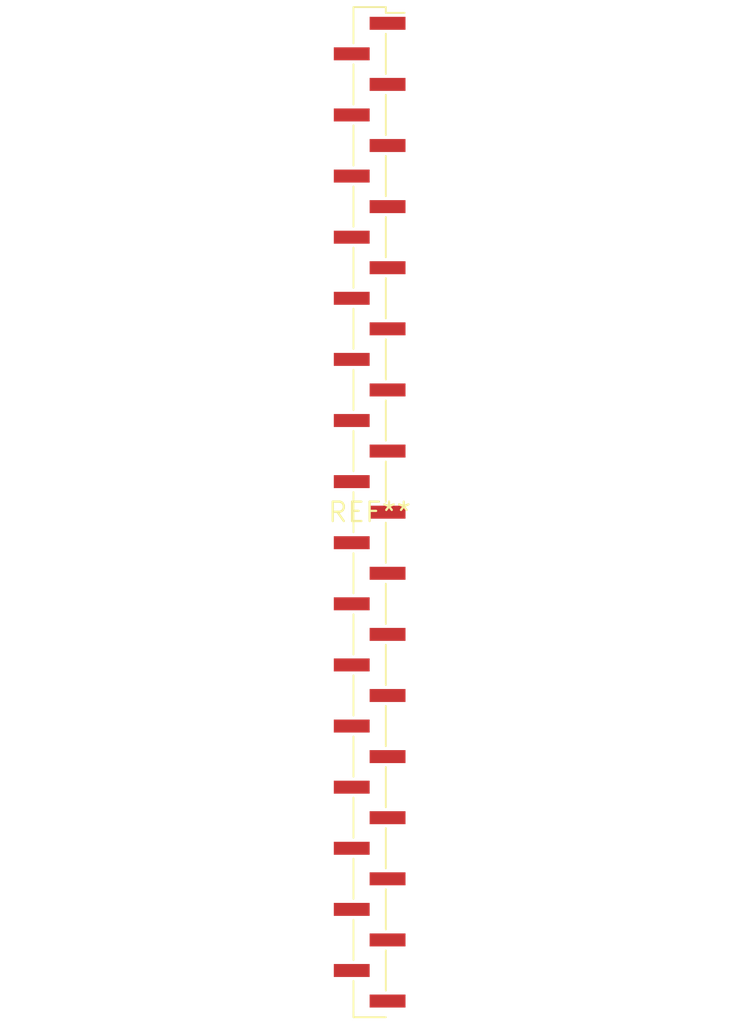
<source format=kicad_pcb>
(kicad_pcb (version 20240108) (generator pcbnew)
  (layers (0 "F.Cu" signal) (31 "B.Cu" signal) (34 "B.Paste" user) (35 "F.Paste" user) (36 "B.SilkS" user "B.Silkscreen") (37 "F.SilkS" user "F.Silkscreen") (38 "B.Mask" user) (39 "F.Mask" user) (44 "Edge.Cuts" user))
  (net 0 "")
  (footprint "PinHeader_1x33_P2.00mm_Vertical_SMD_Pin1Right" (layer "F.Cu") (at 0 0)
    (property "Reference" "REF**")
    (property "Value" "PinHeader_1x33_P2.00mm_Vertical_SMD_Pin1Right")
    (fp_line (start -1.06 -33.06) (end -1.06 -30.685) (layer "F.SilkS") (stroke (width 0.12)))
    (fp_line (start -1.06 -33.06) (end 1.06 -33.06) (layer "F.SilkS") (stroke (width 0.12)))
    (fp_line (start -1.06 -29.315) (end -1.06 -26.685) (layer "F.SilkS") (stroke (width 0.12)))
    (fp_line (start -1.06 -25.315) (end -1.06 -22.685) (layer "F.SilkS") (stroke (width 0.12)))
    (fp_line (start -1.06 -21.315) (end -1.06 -18.685) (layer "F.SilkS") (stroke (width 0.12)))
    (fp_line (start -1.06 -17.315) (end -1.06 -14.685) (layer "F.SilkS") (stroke (width 0.12)))
    (fp_line (start -1.06 -13.315) (end -1.06 -10.685) (layer "F.SilkS") (stroke (width 0.12)))
    (fp_line (start -1.06 -9.315) (end -1.06 -6.685) (layer "F.SilkS") (stroke (width 0.12)))
    (fp_line (start -1.06 -5.315) (end -1.06 -2.685) (layer "F.SilkS") (stroke (width 0.12)))
    (fp_line (start -1.06 -1.315) (end -1.06 1.315) (layer "F.SilkS") (stroke (width 0.12)))
    (fp_line (start -1.06 2.685) (end -1.06 5.315) (layer "F.SilkS") (stroke (width 0.12)))
    (fp_line (start -1.06 6.685) (end -1.06 9.315) (layer "F.SilkS") (stroke (width 0.12)))
    (fp_line (start -1.06 10.685) (end -1.06 13.315) (layer "F.SilkS") (stroke (width 0.12)))
    (fp_line (start -1.06 14.685) (end -1.06 17.315) (layer "F.SilkS") (stroke (width 0.12)))
    (fp_line (start -1.06 18.685) (end -1.06 21.315) (layer "F.SilkS") (stroke (width 0.12)))
    (fp_line (start -1.06 22.685) (end -1.06 25.315) (layer "F.SilkS") (stroke (width 0.12)))
    (fp_line (start -1.06 26.685) (end -1.06 29.315) (layer "F.SilkS") (stroke (width 0.12)))
    (fp_line (start -1.06 30.685) (end -1.06 33.06) (layer "F.SilkS") (stroke (width 0.12)))
    (fp_line (start -1.06 32.685) (end -1.06 33.06) (layer "F.SilkS") (stroke (width 0.12)))
    (fp_line (start -1.06 33.06) (end 1.06 33.06) (layer "F.SilkS") (stroke (width 0.12)))
    (fp_line (start 1.06 -33.06) (end 1.06 -32.685) (layer "F.SilkS") (stroke (width 0.12)))
    (fp_line (start 1.06 -32.685) (end 2.29 -32.685) (layer "F.SilkS") (stroke (width 0.12)))
    (fp_line (start 1.06 -31.315) (end 1.06 -28.685) (layer "F.SilkS") (stroke (width 0.12)))
    (fp_line (start 1.06 -27.315) (end 1.06 -24.685) (layer "F.SilkS") (stroke (width 0.12)))
    (fp_line (start 1.06 -23.315) (end 1.06 -20.685) (layer "F.SilkS") (stroke (width 0.12)))
    (fp_line (start 1.06 -19.315) (end 1.06 -16.685) (layer "F.SilkS") (stroke (width 0.12)))
    (fp_line (start 1.06 -15.315) (end 1.06 -12.685) (layer "F.SilkS") (stroke (width 0.12)))
    (fp_line (start 1.06 -11.315) (end 1.06 -8.685) (layer "F.SilkS") (stroke (width 0.12)))
    (fp_line (start 1.06 -7.315) (end 1.06 -4.685) (layer "F.SilkS") (stroke (width 0.12)))
    (fp_line (start 1.06 -3.315) (end 1.06 -0.685) (layer "F.SilkS") (stroke (width 0.12)))
    (fp_line (start 1.06 0.685) (end 1.06 3.315) (layer "F.SilkS") (stroke (width 0.12)))
    (fp_line (start 1.06 4.685) (end 1.06 7.315) (layer "F.SilkS") (stroke (width 0.12)))
    (fp_line (start 1.06 8.685) (end 1.06 11.315) (layer "F.SilkS") (stroke (width 0.12)))
    (fp_line (start 1.06 12.685) (end 1.06 15.315) (layer "F.SilkS") (stroke (width 0.12)))
    (fp_line (start 1.06 16.685) (end 1.06 19.315) (layer "F.SilkS") (stroke (width 0.12)))
    (fp_line (start 1.06 20.685) (end 1.06 23.315) (layer "F.SilkS") (stroke (width 0.12)))
    (fp_line (start 1.06 24.685) (end 1.06 27.315) (layer "F.SilkS") (stroke (width 0.12)))
    (fp_line (start 1.06 28.685) (end 1.06 31.315) (layer "F.SilkS") (stroke (width 0.12)))
    (pad "1" smd rect (at 1.175 -32) (size 2.35 0.85) (layers "F.Cu" "F.Paste" "F.Mask"))
    (pad "2" smd rect (at -1.175 -30) (size 2.35 0.85) (layers "F.Cu" "F.Paste" "F.Mask"))
    (pad "3" smd rect (at 1.175 -28) (size 2.35 0.85) (layers "F.Cu" "F.Paste" "F.Mask"))
    (pad "4" smd rect (at -1.175 -26) (size 2.35 0.85) (layers "F.Cu" "F.Paste" "F.Mask"))
    (pad "5" smd rect (at 1.175 -24) (size 2.35 0.85) (layers "F.Cu" "F.Paste" "F.Mask"))
    (pad "6" smd rect (at -1.175 -22) (size 2.35 0.85) (layers "F.Cu" "F.Paste" "F.Mask"))
    (pad "7" smd rect (at 1.175 -20) (size 2.35 0.85) (layers "F.Cu" "F.Paste" "F.Mask"))
    (pad "8" smd rect (at -1.175 -18) (size 2.35 0.85) (layers "F.Cu" "F.Paste" "F.Mask"))
    (pad "9" smd rect (at 1.175 -16) (size 2.35 0.85) (layers "F.Cu" "F.Paste" "F.Mask"))
    (pad "10" smd rect (at -1.175 -14) (size 2.35 0.85) (layers "F.Cu" "F.Paste" "F.Mask"))
    (pad "11" smd rect (at 1.175 -12) (size 2.35 0.85) (layers "F.Cu" "F.Paste" "F.Mask"))
    (pad "12" smd rect (at -1.175 -10) (size 2.35 0.85) (layers "F.Cu" "F.Paste" "F.Mask"))
    (pad "13" smd rect (at 1.175 -8) (size 2.35 0.85) (layers "F.Cu" "F.Paste" "F.Mask"))
    (pad "14" smd rect (at -1.175 -6) (size 2.35 0.85) (layers "F.Cu" "F.Paste" "F.Mask"))
    (pad "15" smd rect (at 1.175 -4) (size 2.35 0.85) (layers "F.Cu" "F.Paste" "F.Mask"))
    (pad "16" smd rect (at -1.175 -2) (size 2.35 0.85) (layers "F.Cu" "F.Paste" "F.Mask"))
    (pad "17" smd rect (at 1.175 0) (size 2.35 0.85) (layers "F.Cu" "F.Paste" "F.Mask"))
    (pad "18" smd rect (at -1.175 2) (size 2.35 0.85) (layers "F.Cu" "F.Paste" "F.Mask"))
    (pad "19" smd rect (at 1.175 4) (size 2.35 0.85) (layers "F.Cu" "F.Paste" "F.Mask"))
    (pad "20" smd rect (at -1.175 6) (size 2.35 0.85) (layers "F.Cu" "F.Paste" "F.Mask"))
    (pad "21" smd rect (at 1.175 8) (size 2.35 0.85) (layers "F.Cu" "F.Paste" "F.Mask"))
    (pad "22" smd rect (at -1.175 10) (size 2.35 0.85) (layers "F.Cu" "F.Paste" "F.Mask"))
    (pad "23" smd rect (at 1.175 12) (size 2.35 0.85) (layers "F.Cu" "F.Paste" "F.Mask"))
    (pad "24" smd rect (at -1.175 14) (size 2.35 0.85) (layers "F.Cu" "F.Paste" "F.Mask"))
    (pad "25" smd rect (at 1.175 16) (size 2.35 0.85) (layers "F.Cu" "F.Paste" "F.Mask"))
    (pad "26" smd rect (at -1.175 18) (size 2.35 0.85) (layers "F.Cu" "F.Paste" "F.Mask"))
    (pad "27" smd rect (at 1.175 20) (size 2.35 0.85) (layers "F.Cu" "F.Paste" "F.Mask"))
    (pad "28" smd rect (at -1.175 22) (size 2.35 0.85) (layers "F.Cu" "F.Paste" "F.Mask"))
    (pad "29" smd rect (at 1.175 24) (size 2.35 0.85) (layers "F.Cu" "F.Paste" "F.Mask"))
    (pad "30" smd rect (at -1.175 26) (size 2.35 0.85) (layers "F.Cu" "F.Paste" "F.Mask"))
    (pad "31" smd rect (at 1.175 28) (size 2.35 0.85) (layers "F.Cu" "F.Paste" "F.Mask"))
    (pad "32" smd rect (at -1.175 30) (size 2.35 0.85) (layers "F.Cu" "F.Paste" "F.Mask"))
    (pad "33" smd rect (at 1.175 32) (size 2.35 0.85) (layers "F.Cu" "F.Paste" "F.Mask"))
  )
)
</source>
